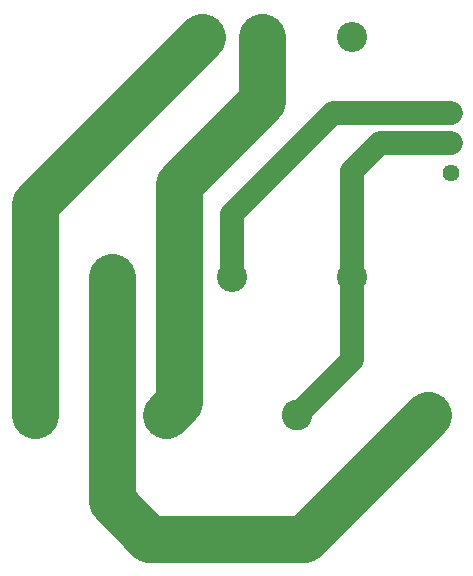
<source format=gbr>
%TF.GenerationSoftware,KiCad,Pcbnew,9.0.1*%
%TF.CreationDate,2025-03-30T19:31:05-07:00*%
%TF.ProjectId,12 to 5 with Trimmer,31322074-6f20-4352-9077-697468205472,rev?*%
%TF.SameCoordinates,Original*%
%TF.FileFunction,Copper,L1,Top*%
%TF.FilePolarity,Positive*%
%FSLAX46Y46*%
G04 Gerber Fmt 4.6, Leading zero omitted, Abs format (unit mm)*
G04 Created by KiCad (PCBNEW 9.0.1) date 2025-03-30 19:31:05*
%MOMM*%
%LPD*%
G01*
G04 APERTURE LIST*
G04 Aperture macros list*
%AMRoundRect*
0 Rectangle with rounded corners*
0 $1 Rounding radius*
0 $2 $3 $4 $5 $6 $7 $8 $9 X,Y pos of 4 corners*
0 Add a 4 corners polygon primitive as box body*
4,1,4,$2,$3,$4,$5,$6,$7,$8,$9,$2,$3,0*
0 Add four circle primitives for the rounded corners*
1,1,$1+$1,$2,$3*
1,1,$1+$1,$4,$5*
1,1,$1+$1,$6,$7*
1,1,$1+$1,$8,$9*
0 Add four rect primitives between the rounded corners*
20,1,$1+$1,$2,$3,$4,$5,0*
20,1,$1+$1,$4,$5,$6,$7,0*
20,1,$1+$1,$6,$7,$8,$9,0*
20,1,$1+$1,$8,$9,$2,$3,0*%
G04 Aperture macros list end*
%TA.AperFunction,ComponentPad*%
%ADD10RoundRect,0.250000X-1.050000X-1.050000X1.050000X-1.050000X1.050000X1.050000X-1.050000X1.050000X0*%
%TD*%
%TA.AperFunction,ComponentPad*%
%ADD11C,2.600000*%
%TD*%
%TA.AperFunction,ComponentPad*%
%ADD12RoundRect,0.249999X1.025001X1.025001X-1.025001X1.025001X-1.025001X-1.025001X1.025001X-1.025001X0*%
%TD*%
%TA.AperFunction,ComponentPad*%
%ADD13C,2.550000*%
%TD*%
%TA.AperFunction,ComponentPad*%
%ADD14C,1.440000*%
%TD*%
%TA.AperFunction,Conductor*%
%ADD15C,2.000000*%
%TD*%
%TA.AperFunction,Conductor*%
%ADD16C,4.000000*%
%TD*%
%TA.AperFunction,Conductor*%
%ADD17C,0.200000*%
%TD*%
G04 APERTURE END LIST*
D10*
%TO.P,J1,1,Pin_1*%
%TO.N,VIN*%
X119300000Y-86500000D03*
D11*
%TO.P,J1,2,Pin_2*%
%TO.N,V-*%
X130400000Y-86500000D03*
%TO.P,J1,3,Pin_3*%
%TO.N,VOUT-*%
X141500000Y-86500000D03*
%TO.P,J1,4,Pin_4*%
%TO.N,VOUT*%
X152600000Y-86500000D03*
%TD*%
D12*
%TO.P,U1,1,Vin*%
%TO.N,VIN*%
X133430000Y-54515000D03*
D13*
%TO.P,U1,2,GND*%
%TO.N,V-*%
X138520000Y-54515000D03*
%TO.P,U1,3,Vout*%
%TO.N,VOUT*%
X125820000Y-74825000D03*
%TO.P,U1,4,Trim*%
%TO.N,Net-(U1-Trim)*%
X135980000Y-74825000D03*
%TO.P,U1,5,-Vout*%
%TO.N,VOUT-*%
X146140000Y-74825000D03*
%TO.P,U1,6,R.C*%
%TO.N,unconnected-(U1-R.C-Pad6)*%
X146140000Y-54515000D03*
%TD*%
D14*
%TO.P,RV1,1,1*%
%TO.N,Net-(U1-Trim)*%
X154495000Y-60960000D03*
%TO.P,RV1,2,2*%
%TO.N,VOUT-*%
X154495000Y-63500000D03*
%TO.P,RV1,3,3*%
%TO.N,unconnected-(RV1-Pad3)*%
X154495000Y-66040000D03*
%TD*%
D15*
%TO.N,VOUT-*%
X154495000Y-63500000D02*
X148500000Y-63500000D01*
X148500000Y-63500000D02*
X146140000Y-65860000D01*
X146140000Y-65860000D02*
X146140000Y-74825000D01*
X146140000Y-74825000D02*
X146140000Y-81860000D01*
X146140000Y-81860000D02*
X141500000Y-86500000D01*
%TO.N,Net-(U1-Trim)*%
X136000000Y-72500000D02*
X136000000Y-69500000D01*
X135980000Y-72520000D02*
X136000000Y-72500000D01*
X136000000Y-69500000D02*
X144540000Y-60960000D01*
X144540000Y-60960000D02*
X154495000Y-60960000D01*
X135980000Y-74825000D02*
X135980000Y-72520000D01*
D16*
%TO.N,V-*%
X138520000Y-54515000D02*
X138520000Y-59980000D01*
X138520000Y-59980000D02*
X131500000Y-67000000D01*
X131500000Y-85400000D02*
X130400000Y-86500000D01*
X131500000Y-67000000D02*
X131500000Y-85400000D01*
%TO.N,VOUT*%
X125820000Y-74825000D02*
X125820000Y-93820000D01*
X125820000Y-93820000D02*
X129000000Y-97000000D01*
X129000000Y-97000000D02*
X142100000Y-97000000D01*
X142100000Y-97000000D02*
X152600000Y-86500000D01*
%TO.N,VIN*%
X119300000Y-86500000D02*
X119300000Y-68645000D01*
X119300000Y-68645000D02*
X133430000Y-54515000D01*
D17*
%TO.N,Net-(U1-Trim)*%
X136000000Y-74845000D02*
X135980000Y-74825000D01*
%TD*%
M02*

</source>
